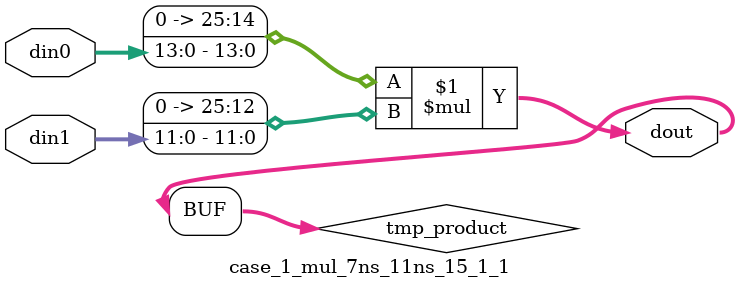
<source format=v>

`timescale 1 ns / 1 ps

 (* use_dsp = "no" *)  module case_1_mul_7ns_11ns_15_1_1(din0, din1, dout);
parameter ID = 1;
parameter NUM_STAGE = 0;
parameter din0_WIDTH = 14;
parameter din1_WIDTH = 12;
parameter dout_WIDTH = 26;

input [din0_WIDTH - 1 : 0] din0; 
input [din1_WIDTH - 1 : 0] din1; 
output [dout_WIDTH - 1 : 0] dout;

wire signed [dout_WIDTH - 1 : 0] tmp_product;
























assign tmp_product = $signed({1'b0, din0}) * $signed({1'b0, din1});











assign dout = tmp_product;





















endmodule

</source>
